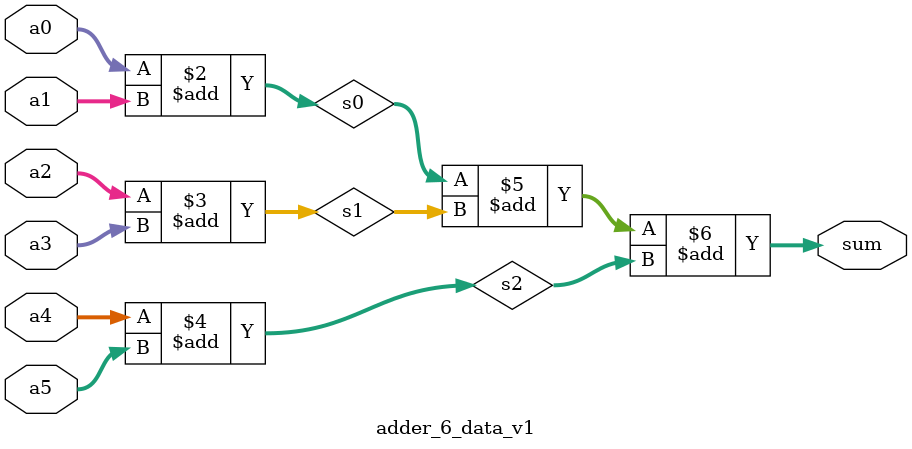
<source format=sv>
module adder_6_data_v1
#(
  parameter DIW = 8,
  parameter DOW = DIW + 3
)
(
  input logic signed [DIW - 1 : 0] a0, a1, a2,
  input logic signed [DIW - 1 : 0] a3, a4, a5,
  output logic signed [DOW - 1 : 0] sum
);

  logic signed [DIW : 0] s0, s1, s2;

  always_comb begin
    s0 = a0 + a1;
    s1 = a2 + a3;
    s2 = a4 + a5;
    sum = s0 + s1 + s2;
  end
endmodule

</source>
